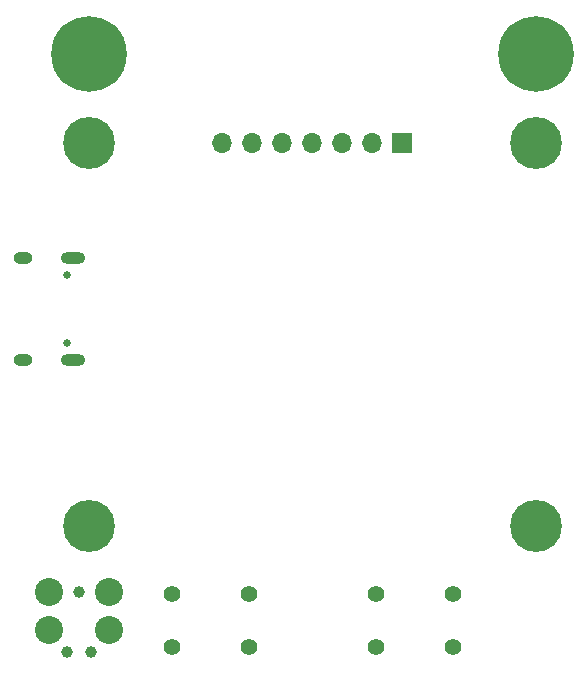
<source format=gbr>
%TF.GenerationSoftware,KiCad,Pcbnew,8.0.6*%
%TF.CreationDate,2025-02-19T14:25:46-08:00*%
%TF.ProjectId,Tempting,54656d70-7469-46e6-972e-6b696361645f,rev?*%
%TF.SameCoordinates,PX7ce2370PY7735940*%
%TF.FileFunction,Soldermask,Bot*%
%TF.FilePolarity,Negative*%
%FSLAX46Y46*%
G04 Gerber Fmt 4.6, Leading zero omitted, Abs format (unit mm)*
G04 Created by KiCad (PCBNEW 8.0.6) date 2025-02-19 14:25:46*
%MOMM*%
%LPD*%
G01*
G04 APERTURE LIST*
%ADD10C,1.400000*%
%ADD11C,0.650000*%
%ADD12O,2.100000X1.000000*%
%ADD13O,1.600000X1.000000*%
%ADD14C,0.700000*%
%ADD15C,4.400000*%
%ADD16C,2.374900*%
%ADD17C,0.990600*%
%ADD18C,0.800000*%
%ADD19C,6.400000*%
%ADD20R,1.700000X1.700000*%
%ADD21O,1.700000X1.700000*%
G04 APERTURE END LIST*
D10*
%TO.C,SW2*%
X38300000Y2250000D03*
X31800000Y2250000D03*
X38300000Y6750000D03*
X31800000Y6750000D03*
%TD*%
D11*
%TO.C,J4*%
X5620000Y33780000D03*
X5620000Y28000000D03*
D12*
X6150000Y35210000D03*
D13*
X1970000Y35210000D03*
D12*
X6150000Y26570000D03*
D13*
X1970000Y26570000D03*
%TD*%
D14*
%TO.C,H4*%
X5850000Y45000000D03*
X6333274Y46166726D03*
X6333274Y43833274D03*
X7500000Y46650000D03*
D15*
X7500000Y45000000D03*
D14*
X7500000Y43350000D03*
X8666726Y46166726D03*
X8666726Y43833274D03*
X9150000Y45000000D03*
%TD*%
%TO.C,H3*%
X5850000Y12500000D03*
X6333274Y13666726D03*
X6333274Y11333274D03*
X7500000Y14150000D03*
D15*
X7500000Y12500000D03*
D14*
X7500000Y10850000D03*
X8666726Y13666726D03*
X8666726Y11333274D03*
X9150000Y12500000D03*
%TD*%
%TO.C,H2*%
X43710000Y45000000D03*
X44193274Y46166726D03*
X44193274Y43833274D03*
X45360000Y46650000D03*
D15*
X45360000Y45000000D03*
D14*
X45360000Y43350000D03*
X46526726Y46166726D03*
X46526726Y43833274D03*
X47010000Y45000000D03*
%TD*%
D16*
%TO.C,J3*%
X9210000Y6940000D03*
D17*
X6670000Y6940000D03*
D16*
X4130000Y6940000D03*
X9210000Y3765000D03*
X4130000Y3765000D03*
D17*
X7686000Y1860000D03*
X5654000Y1860000D03*
%TD*%
D18*
%TO.C,H6*%
X42960000Y52500000D03*
X43662944Y54197056D03*
X43662944Y50802944D03*
X45360000Y54900000D03*
D19*
X45360000Y52500000D03*
D18*
X45360000Y50100000D03*
X47057056Y54197056D03*
X47057056Y50802944D03*
X47760000Y52500000D03*
%TD*%
D10*
%TO.C,SW1*%
X21050000Y2250000D03*
X14550000Y2250000D03*
X21050000Y6750000D03*
X14550000Y6750000D03*
%TD*%
D18*
%TO.C,H5*%
X5100000Y52500000D03*
X5802944Y54197056D03*
X5802944Y50802944D03*
X7500000Y54900000D03*
D19*
X7500000Y52500000D03*
D18*
X7500000Y50100000D03*
X9197056Y54197056D03*
X9197056Y50802944D03*
X9900000Y52500000D03*
%TD*%
D20*
%TO.C,J2*%
X34050000Y45000000D03*
D21*
X31510000Y45000000D03*
X28970000Y45000000D03*
X26430000Y45000000D03*
X23890000Y45000000D03*
X21350000Y45000000D03*
X18810000Y45000000D03*
%TD*%
D14*
%TO.C,H1*%
X43710000Y12500000D03*
X44193274Y13666726D03*
X44193274Y11333274D03*
X45360000Y14150000D03*
D15*
X45360000Y12500000D03*
D14*
X45360000Y10850000D03*
X46526726Y13666726D03*
X46526726Y11333274D03*
X47010000Y12500000D03*
%TD*%
M02*

</source>
